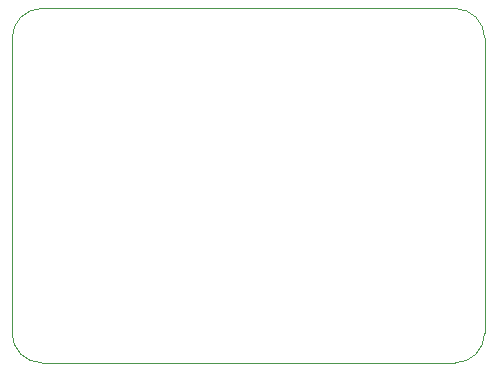
<source format=gbr>
%TF.GenerationSoftware,KiCad,Pcbnew,(5.1.12-1-g0a0a2da680)-1*%
%TF.CreationDate,2022-10-27T20:06:52+02:00*%
%TF.ProjectId,ThermoDeviceLogger,54686572-6d6f-4446-9576-6963654c6f67,rev?*%
%TF.SameCoordinates,Original*%
%TF.FileFunction,Profile,NP*%
%FSLAX46Y46*%
G04 Gerber Fmt 4.6, Leading zero omitted, Abs format (unit mm)*
G04 Created by KiCad (PCBNEW (5.1.12-1-g0a0a2da680)-1) date 2022-10-27 20:06:52*
%MOMM*%
%LPD*%
G01*
G04 APERTURE LIST*
%TA.AperFunction,Profile*%
%ADD10C,0.050000*%
%TD*%
G04 APERTURE END LIST*
D10*
X85000000Y-55000000D02*
G75*
G02*
X87500000Y-52500000I2500000J0D01*
G01*
X87500000Y-82500000D02*
G75*
G02*
X85000000Y-80000000I0J2500000D01*
G01*
X125000000Y-80000000D02*
G75*
G02*
X122500000Y-82500000I-2500000J0D01*
G01*
X122500000Y-52500000D02*
G75*
G02*
X125000000Y-55000000I0J-2500000D01*
G01*
X87500000Y-82500000D02*
X122500000Y-82500000D01*
X85000000Y-55000000D02*
X85000000Y-80000000D01*
X125000000Y-55000000D02*
X125000000Y-80000000D01*
X87500000Y-52500000D02*
X122500000Y-52500000D01*
M02*

</source>
